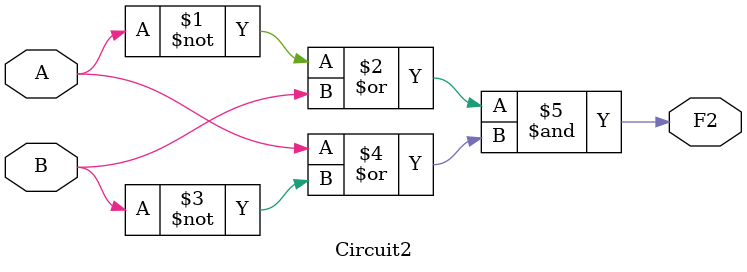
<source format=v>
`timescale 1ns / 1ps


module Circuit2(
    input A,
    input B,
    output F2
    );
    
    
    //bitwise and: &
    //bitwise or: |
    //bitwise negation: ~
    //F2 = (A'+b) & (A + B')
    
    assign F2 = (~A | B) & (A | ~B);
    
//    always@(A, B) begin
//        case({A,B})
//            2'b00: F2 = 1'b1;
//            2'b01: F2 = 1'b0;
//            2'b10: F2 = 1'b0;
//            2'b11: F2 = 1'b1;
//        endcase

//    end
    
endmodule

</source>
